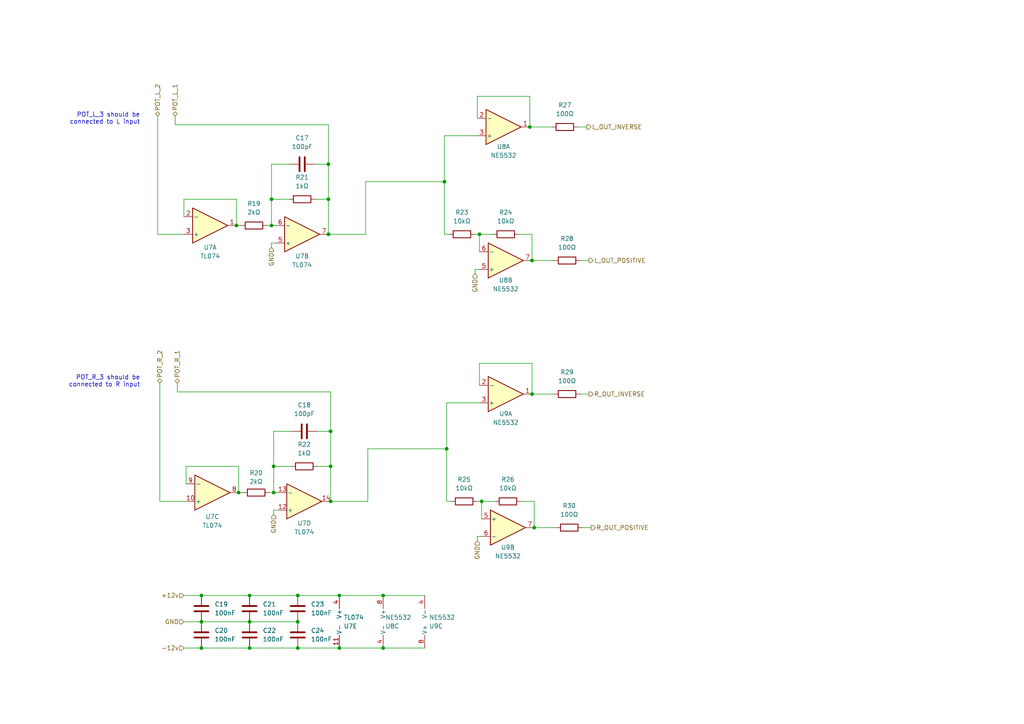
<source format=kicad_sch>
(kicad_sch (version 20230121) (generator eeschema)
  (paper "A4")
  (lib_symbols
    (symbol "Amplifier_Operational:NE5532" (pin_names (offset 0.127))
      (property "Reference" "U" (at 0 5.08 0))
      (property "Value" "NE5532" (at 0 -5.08 0))
      (symbol "NE5532_1_1"
        (polyline (pts (xy -5.08 5.08) (xy 5.08 0) (xy -5.08 -5.08) (xy -5.08 5.08)) (stroke (width 0.254)) (fill (type background)))
        (pin output line (at 7.62 0 180) (length 2.54) (name "~") (number "1"))
        (pin input line (at -7.62 -2.54 0) (length 2.54) (name "-") (number "2"))
        (pin input line (at -7.62 2.54 0) (length 2.54) (name "+") (number "3"))
      )
      (symbol "NE5532_2_1"
        (polyline (pts (xy -5.08 5.08) (xy 5.08 0) (xy -5.08 -5.08) (xy -5.08 5.08)) (stroke (width 0.254)) (fill (type background)))
        (pin input line (at -7.62 2.54 0) (length 2.54) (name "+") (number "5"))
        (pin input line (at -7.62 -2.54 0) (length 2.54) (name "-") (number "6"))
        (pin output line (at 7.62 0 180) (length 2.54) (name "~") (number "7"))
      )
      (symbol "NE5532_3_1"
        (pin power_in line (at -2.54 -7.62 90) (length 3.81) (name "V-") (number "4"))
        (pin power_in line (at -2.54 7.62 270) (length 3.81) (name "V+") (number "8"))
      )
    )
    (symbol "Amplifier_Operational:TL074" (pin_names (offset 0.127))
      (property "Reference" "U" (at 0 5.08 0))
      (property "Value" "TL074" (at 0 -5.08 0))
      (symbol "TL074_1_1"
        (polyline (pts (xy -5.08 5.08) (xy 5.08 0) (xy -5.08 -5.08) (xy -5.08 5.08)) (stroke (width 0.254)) (fill (type background)))
        (pin output line (at 7.62 0 180) (length 2.54) (name "~") (number "1"))
        (pin input line (at -7.62 -2.54 0) (length 2.54) (name "-") (number "2"))
        (pin input line (at -7.62 2.54 0) (length 2.54) (name "+") (number "3"))
      )
      (symbol "TL074_2_1"
        (polyline (pts (xy -5.08 5.08) (xy 5.08 0) (xy -5.08 -5.08) (xy -5.08 5.08)) (stroke (width 0.254)) (fill (type background)))
        (pin input line (at -7.62 2.54 0) (length 2.54) (name "+") (number "5"))
        (pin input line (at -7.62 -2.54 0) (length 2.54) (name "-") (number "6"))
        (pin output line (at 7.62 0 180) (length 2.54) (name "~") (number "7"))
      )
      (symbol "TL074_3_1"
        (polyline (pts (xy -5.08 5.08) (xy 5.08 0) (xy -5.08 -5.08) (xy -5.08 5.08)) (stroke (width 0.254)) (fill (type background)))
        (pin input line (at -7.62 2.54 0) (length 2.54) (name "+") (number "10"))
        (pin output line (at 7.62 0 180) (length 2.54) (name "~") (number "8"))
        (pin input line (at -7.62 -2.54 0) (length 2.54) (name "-") (number "9"))
      )
      (symbol "TL074_4_1"
        (polyline (pts (xy -5.08 5.08) (xy 5.08 0) (xy -5.08 -5.08) (xy -5.08 5.08)) (stroke (width 0.254)) (fill (type background)))
        (pin input line (at -7.62 2.54 0) (length 2.54) (name "+") (number "12"))
        (pin input line (at -7.62 -2.54 0) (length 2.54) (name "-") (number "13"))
        (pin output line (at 7.62 0 180) (length 2.54) (name "~") (number "14"))
      )
      (symbol "TL074_5_1"
        (pin power_in line (at -2.54 -7.62 90) (length 3.81) (name "V-") (number "11"))
        (pin power_in line (at -2.54 7.62 270) (length 3.81) (name "V+") (number "4"))
      )
    )
    (symbol "Device:C" (pin_numbers hide) (pin_names (offset 0.254))
      (property "Reference" "C" (at 0.635 2.54 0))
      (property "Value" "C" (at 0.635 -2.54 0))
      (symbol "C_0_1"
        (polyline (pts (xy -2.032 -0.762) (xy 2.032 -0.762)) (stroke (width 0.508)))
        (polyline (pts (xy -2.032 0.762) (xy 2.032 0.762)) (stroke (width 0.508)))
      )
      (symbol "C_1_1"
        (pin passive line (at 0 3.81 270) (length 2.794) (name "~") (number "1"))
        (pin passive line (at 0 -3.81 90) (length 2.794) (name "~") (number "2"))
      )
    )
    (symbol "Device:R" (pin_numbers hide) (pin_names (offset 0))
      (property "Reference" "R" (at 2.032 0 90))
      (property "Value" "R" (at 0 0 90))
      (symbol "R_0_1"
        (rectangle (start -1.016 -2.54) (end 1.016 2.54) (stroke (width 0.254)))
      )
      (symbol "R_1_1"
        (pin passive line (at 0 3.81 270) (length 1.27) (name "~") (number "1"))
        (pin passive line (at 0 -3.81 90) (length 1.27) (name "~") (number "2"))
      )
    )
  )
  (junction (at 86.36 180.34))
  (junction (at 129.54 130.175))
  (junction (at 95.885 125.095))
  (junction (at 95.25 47.625))
  (junction (at 154.94 153.035))
  (junction (at 72.39 172.72))
  (junction (at 58.42 187.96))
  (junction (at 154.305 114.3))
  (junction (at 139.065 67.945))
  (junction (at 111.125 172.72))
  (junction (at 98.425 187.96))
  (junction (at 139.7 145.415))
  (junction (at 153.67 36.83))
  (junction (at 79.375 142.875))
  (junction (at 128.905 52.705))
  (junction (at 154.305 75.565))
  (junction (at 86.36 187.96))
  (junction (at 95.885 135.255))
  (junction (at 95.25 67.945))
  (junction (at 68.58 65.405))
  (junction (at 69.215 142.875))
  (junction (at 58.42 180.34))
  (junction (at 78.74 65.405))
  (junction (at 86.36 172.72))
  (junction (at 78.74 57.785))
  (junction (at 79.375 135.255))
  (junction (at 72.39 187.96))
  (junction (at 58.42 172.72))
  (junction (at 111.125 187.96))
  (junction (at 98.425 172.72))
  (junction (at 95.885 145.415))
  (junction (at 95.25 57.785))
  (junction (at 72.39 180.34))
  (wire (pts (xy 129.54 116.84) (xy 139.065 116.84)))
  (wire (pts (xy 53.34 62.865) (xy 53.34 57.785)))
  (wire (pts (xy 154.94 145.415) (xy 154.94 153.035)))
  (wire (pts (xy 78.74 70.485) (xy 78.74 71.755)))
  (wire (pts (xy 53.34 172.72) (xy 58.42 172.72)))
  (wire (pts (xy 106.045 52.705) (xy 128.905 52.705)))
  (wire (pts (xy 53.34 187.96) (xy 58.42 187.96)))
  (wire (pts (xy 78.74 65.405) (xy 80.01 65.405)))
  (wire (pts (xy 69.215 142.875) (xy 70.485 142.875)))
  (wire (pts (xy 45.72 67.945) (xy 53.34 67.945)))
  (wire (pts (xy 91.44 47.625) (xy 95.25 47.625)))
  (wire (pts (xy 95.885 145.415) (xy 106.68 145.415)))
  (wire (pts (xy 69.215 135.255) (xy 69.215 142.875)))
  (wire (pts (xy 51.435 113.665) (xy 95.885 113.665)))
  (wire (pts (xy 138.43 34.29) (xy 138.43 27.94)))
  (wire (pts (xy 106.68 130.175) (xy 106.68 145.415)))
  (wire (pts (xy 79.375 142.875) (xy 79.375 135.255)))
  (wire (pts (xy 168.275 75.565) (xy 170.815 75.565)))
  (wire (pts (xy 168.91 153.035) (xy 171.45 153.035)))
  (wire (pts (xy 78.105 142.875) (xy 79.375 142.875)))
  (wire (pts (xy 46.355 145.415) (xy 53.975 145.415)))
  (wire (pts (xy 79.375 125.095) (xy 84.455 125.095)))
  (wire (pts (xy 150.495 67.945) (xy 154.305 67.945)))
  (wire (pts (xy 138.43 27.94) (xy 153.67 27.94)))
  (wire (pts (xy 128.905 67.945) (xy 130.175 67.945)))
  (wire (pts (xy 72.39 187.96) (xy 86.36 187.96)))
  (wire (pts (xy 95.25 36.195) (xy 95.25 47.625)))
  (wire (pts (xy 50.8 33.655) (xy 50.8 36.195)))
  (wire (pts (xy 78.74 47.625) (xy 83.82 47.625)))
  (wire (pts (xy 138.43 145.415) (xy 139.7 145.415)))
  (wire (pts (xy 45.72 33.655) (xy 45.72 67.945)))
  (wire (pts (xy 58.42 180.34) (xy 72.39 180.34)))
  (wire (pts (xy 58.42 172.72) (xy 72.39 172.72)))
  (wire (pts (xy 86.36 187.96) (xy 98.425 187.96)))
  (wire (pts (xy 129.54 145.415) (xy 130.81 145.415)))
  (wire (pts (xy 154.305 67.945) (xy 154.305 75.565)))
  (wire (pts (xy 153.67 27.94) (xy 153.67 36.83)))
  (wire (pts (xy 154.94 153.035) (xy 161.29 153.035)))
  (wire (pts (xy 79.375 147.955) (xy 79.375 149.225)))
  (wire (pts (xy 51.435 111.125) (xy 51.435 113.665)))
  (wire (pts (xy 154.305 75.565) (xy 160.655 75.565)))
  (wire (pts (xy 46.355 111.125) (xy 46.355 145.415)))
  (wire (pts (xy 111.125 172.72) (xy 123.19 172.72)))
  (wire (pts (xy 78.74 70.485) (xy 80.01 70.485)))
  (wire (pts (xy 79.375 135.255) (xy 84.455 135.255)))
  (wire (pts (xy 128.905 39.37) (xy 138.43 39.37)))
  (wire (pts (xy 128.905 39.37) (xy 128.905 52.705)))
  (wire (pts (xy 139.065 111.76) (xy 139.065 105.41)))
  (wire (pts (xy 106.68 130.175) (xy 129.54 130.175)))
  (wire (pts (xy 138.43 155.575) (xy 139.7 155.575)))
  (wire (pts (xy 129.54 130.175) (xy 129.54 145.415)))
  (wire (pts (xy 151.13 145.415) (xy 154.94 145.415)))
  (wire (pts (xy 128.905 52.705) (xy 128.905 67.945)))
  (wire (pts (xy 78.74 57.785) (xy 83.82 57.785)))
  (wire (pts (xy 95.885 125.095) (xy 95.885 135.255)))
  (wire (pts (xy 79.375 135.255) (xy 79.375 125.095)))
  (wire (pts (xy 92.075 125.095) (xy 95.885 125.095)))
  (wire (pts (xy 137.795 78.105) (xy 139.065 78.105)))
  (wire (pts (xy 111.125 187.96) (xy 123.19 187.96)))
  (wire (pts (xy 137.795 78.105) (xy 137.795 79.375)))
  (wire (pts (xy 137.795 67.945) (xy 139.065 67.945)))
  (wire (pts (xy 53.975 135.255) (xy 69.215 135.255)))
  (wire (pts (xy 92.075 135.255) (xy 95.885 135.255)))
  (wire (pts (xy 68.58 65.405) (xy 69.85 65.405)))
  (wire (pts (xy 53.34 180.34) (xy 58.42 180.34)))
  (wire (pts (xy 129.54 116.84) (xy 129.54 130.175)))
  (wire (pts (xy 78.74 65.405) (xy 78.74 57.785)))
  (wire (pts (xy 50.8 36.195) (xy 95.25 36.195)))
  (wire (pts (xy 53.34 57.785) (xy 68.58 57.785)))
  (wire (pts (xy 79.375 147.955) (xy 80.645 147.955)))
  (wire (pts (xy 53.975 140.335) (xy 53.975 135.255)))
  (wire (pts (xy 72.39 172.72) (xy 86.36 172.72)))
  (wire (pts (xy 95.25 57.785) (xy 95.25 67.945)))
  (wire (pts (xy 98.425 172.72) (xy 111.125 172.72)))
  (wire (pts (xy 154.305 105.41) (xy 154.305 114.3)))
  (wire (pts (xy 139.7 150.495) (xy 139.7 145.415)))
  (wire (pts (xy 168.275 114.3) (xy 170.815 114.3)))
  (wire (pts (xy 72.39 180.34) (xy 86.36 180.34)))
  (wire (pts (xy 79.375 142.875) (xy 80.645 142.875)))
  (wire (pts (xy 106.045 52.705) (xy 106.045 67.945)))
  (wire (pts (xy 95.25 47.625) (xy 95.25 57.785)))
  (wire (pts (xy 154.305 114.3) (xy 160.655 114.3)))
  (wire (pts (xy 86.36 172.72) (xy 98.425 172.72)))
  (wire (pts (xy 58.42 187.96) (xy 72.39 187.96)))
  (wire (pts (xy 95.885 135.255) (xy 95.885 145.415)))
  (wire (pts (xy 153.67 36.83) (xy 160.02 36.83)))
  (wire (pts (xy 95.25 67.945) (xy 106.045 67.945)))
  (wire (pts (xy 78.74 57.785) (xy 78.74 47.625)))
  (wire (pts (xy 139.065 73.025) (xy 139.065 67.945)))
  (wire (pts (xy 91.44 57.785) (xy 95.25 57.785)))
  (wire (pts (xy 139.7 145.415) (xy 143.51 145.415)))
  (wire (pts (xy 167.64 36.83) (xy 170.18 36.83)))
  (wire (pts (xy 98.425 187.96) (xy 111.125 187.96)))
  (wire (pts (xy 138.43 155.575) (xy 138.43 156.845)))
  (wire (pts (xy 95.885 113.665) (xy 95.885 125.095)))
  (wire (pts (xy 68.58 57.785) (xy 68.58 65.405)))
  (wire (pts (xy 139.065 67.945) (xy 142.875 67.945)))
  (wire (pts (xy 139.065 105.41) (xy 154.305 105.41)))
  (wire (pts (xy 77.47 65.405) (xy 78.74 65.405)))
  (text "POT_R_3 should be\nconnected to R input" (at 40.64 112.395 0) (effects (font (size 1.27 1.27)) (justify right bottom)))
  (text "POT_L_3 should be\nconnected to L input" (at 40.64 36.195 0) (effects (font (size 1.27 1.27)) (justify right bottom)))
  (hierarchical_label "R_OUT_POSITIVE" (shape output) (at 171.45 153.035 0))
  (hierarchical_label "+12v" (shape input) (at 53.34 172.72 180))
  (hierarchical_label "POT_R_1" (shape bidirectional) (at 51.435 111.125 90))
  (hierarchical_label "R_OUT_INVERSE" (shape output) (at 170.815 114.3 0))
  (hierarchical_label "POT_L_1" (shape bidirectional) (at 50.8 33.655 90))
  (hierarchical_label "L_OUT_INVERSE" (shape output) (at 170.18 36.83 0))
  (hierarchical_label "GND" (shape input) (at 78.74 71.755 270))
  (hierarchical_label "GND" (shape input) (at 138.43 156.845 270))
  (hierarchical_label "-12v" (shape input) (at 53.34 187.96 180))
  (hierarchical_label "POT_L_2" (shape bidirectional) (at 45.72 33.655 90))
  (hierarchical_label "POT_R_2" (shape bidirectional) (at 46.355 111.125 90))
  (hierarchical_label "GND" (shape input) (at 79.375 149.225 270))
  (hierarchical_label "GND" (shape input) (at 137.795 79.375 270))
  (hierarchical_label "L_OUT_POSITIVE" (shape output) (at 170.815 75.565 0))
  (hierarchical_label "GND" (shape input) (at 53.34 180.34 180))
  (symbol (lib_id "Device:R") (at 133.985 67.945 90) (unit 1)
    (property "Reference" "R23" (at 133.985 61.595 90))
    (property "Value" "10kΩ" (at 133.985 64.135 90))
    (property "Footprint" "Resistor_THT:R_Axial_DIN0207_L6.3mm_D2.5mm_P10.16mm_Horizontal" (effects hide))
  )
  (symbol (lib_id "Amplifier_Operational:NE5532") (at 125.73 180.34 0) (mirror x) (unit 3)
    (property "Reference" "U9" (at 124.46 181.61 0) (effects (justify left)))
    (property "Value" "NE5532" (at 124.46 179.07 0) (effects (justify left)))
    (property "Footprint" "Package_DIP:DIP-8_W7.62mm" (effects hide))
    (property "Datasheet" "http://www.ti.com/lit/ds/symlink/ne5532.pdf" (effects hide))
  )
  (symbol (lib_id "Device:C") (at 86.36 184.15 180) (unit 1)
    (property "Reference" "C24" (at 90.17 182.88 0) (effects (justify right)))
    (property "Value" "100nF" (at 90.17 185.42 0) (effects (justify right)))
    (property "Footprint" "Capacitor_THT:C_Disc_D4.7mm_W2.5mm_P5.00mm" (effects hide))
  )
  (symbol (lib_id "Amplifier_Operational:TL074") (at 88.265 145.415 0) (mirror x) (unit 4)
    (property "Reference" "U7" (at 88.265 151.765 0))
    (property "Value" "TL074" (at 88.265 154.305 0))
    (property "Footprint" "Package_DIP:DIP-14_W7.62mm" (effects hide))
    (property "Datasheet" "http://www.ti.com/lit/ds/symlink/tl071.pdf" (effects hide))
  )
  (symbol (lib_id "Amplifier_Operational:TL074") (at 95.885 180.34 0) (mirror y) (unit 5)
    (property "Reference" "U7" (at 99.695 181.61 0) (effects (justify right)))
    (property "Value" "TL074" (at 99.695 179.07 0) (effects (justify right)))
    (property "Footprint" "Package_DIP:DIP-14_W7.62mm" (effects hide))
    (property "Datasheet" "http://www.ti.com/lit/ds/symlink/tl071.pdf" (effects hide))
  )
  (symbol (lib_id "Amplifier_Operational:TL074") (at 61.595 142.875 0) (mirror x) (unit 3)
    (property "Reference" "U7" (at 61.595 149.86 0))
    (property "Value" "TL074" (at 61.595 152.4 0))
    (property "Footprint" "Package_DIP:DIP-14_W7.62mm" (effects hide))
    (property "Datasheet" "http://www.ti.com/lit/ds/symlink/tl071.pdf" (effects hide))
  )
  (symbol (lib_id "Amplifier_Operational:NE5532") (at 146.685 114.3 0) (mirror x) (unit 1)
    (property "Reference" "U9" (at 146.685 120.015 0))
    (property "Value" "NE5532" (at 146.685 122.555 0))
    (property "Footprint" "Package_DIP:DIP-8_W7.62mm" (effects hide))
    (property "Datasheet" "http://www.ti.com/lit/ds/symlink/ne5532.pdf" (effects hide))
  )
  (symbol (lib_id "Device:C") (at 58.42 176.53 180) (unit 1)
    (property "Reference" "C19" (at 62.23 175.26 0) (effects (justify right)))
    (property "Value" "100nF" (at 62.23 177.8 0) (effects (justify right)))
    (property "Footprint" "Capacitor_THT:C_Disc_D4.7mm_W2.5mm_P5.00mm" (effects hide))
  )
  (symbol (lib_id "Amplifier_Operational:NE5532") (at 146.685 75.565 0) (mirror x) (unit 2)
    (property "Reference" "U8" (at 146.685 81.28 0))
    (property "Value" "NE5532" (at 146.685 83.82 0))
    (property "Footprint" "Package_DIP:DIP-8_W7.62mm" (effects hide))
    (property "Datasheet" "http://www.ti.com/lit/ds/symlink/ne5532.pdf" (effects hide))
  )
  (symbol (lib_id "Device:C") (at 58.42 184.15 180) (unit 1)
    (property "Reference" "C20" (at 62.23 182.88 0) (effects (justify right)))
    (property "Value" "100nF" (at 62.23 185.42 0) (effects (justify right)))
    (property "Footprint" "Capacitor_THT:C_Disc_D4.7mm_W2.5mm_P5.00mm" (effects hide))
  )
  (symbol (lib_id "Device:R") (at 147.32 145.415 90) (unit 1)
    (property "Reference" "R26" (at 147.32 139.065 90))
    (property "Value" "10kΩ" (at 147.32 141.605 90))
    (property "Footprint" "Resistor_THT:R_Axial_DIN0207_L6.3mm_D2.5mm_P10.16mm_Horizontal" (effects hide))
  )
  (symbol (lib_id "Device:R") (at 88.265 135.255 90) (unit 1)
    (property "Reference" "R22" (at 88.265 128.905 90))
    (property "Value" "1kΩ" (at 88.265 131.445 90))
    (property "Footprint" "Resistor_THT:R_Axial_DIN0207_L6.3mm_D2.5mm_P10.16mm_Horizontal" (effects hide))
  )
  (symbol (lib_id "Device:R") (at 164.465 75.565 90) (unit 1)
    (property "Reference" "R28" (at 164.465 69.215 90))
    (property "Value" "100Ω" (at 164.465 71.755 90))
    (property "Footprint" "Resistor_THT:R_Axial_DIN0207_L6.3mm_D2.5mm_P10.16mm_Horizontal" (effects hide))
  )
  (symbol (lib_id "Amplifier_Operational:TL074") (at 60.96 65.405 0) (mirror x) (unit 1)
    (property "Reference" "U7" (at 60.96 71.755 0))
    (property "Value" "TL074" (at 60.96 74.295 0))
    (property "Footprint" "Package_DIP:DIP-14_W7.62mm" (effects hide))
    (property "Datasheet" "http://www.ti.com/lit/ds/symlink/tl071.pdf" (effects hide))
  )
  (symbol (lib_id "Device:R") (at 164.465 114.3 90) (unit 1)
    (property "Reference" "R29" (at 164.465 107.95 90))
    (property "Value" "100Ω" (at 164.465 110.49 90))
    (property "Footprint" "Resistor_THT:R_Axial_DIN0207_L6.3mm_D2.5mm_P10.16mm_Horizontal" (effects hide))
  )
  (symbol (lib_id "Device:R") (at 73.66 65.405 90) (unit 1)
    (property "Reference" "R19" (at 73.66 59.055 90))
    (property "Value" "2kΩ" (at 73.66 61.595 90))
    (property "Footprint" "Resistor_THT:R_Axial_DIN0207_L6.3mm_D2.5mm_P10.16mm_Horizontal" (effects hide))
  )
  (symbol (lib_id "Device:R") (at 87.63 57.785 90) (unit 1)
    (property "Reference" "R21" (at 87.63 51.435 90))
    (property "Value" "1kΩ" (at 87.63 53.975 90))
    (property "Footprint" "Resistor_THT:R_Axial_DIN0207_L6.3mm_D2.5mm_P10.16mm_Horizontal" (effects hide))
  )
  (symbol (lib_id "Amplifier_Operational:NE5532") (at 146.05 36.83 0) (mirror x) (unit 1)
    (property "Reference" "U8" (at 146.05 42.545 0))
    (property "Value" "NE5532" (at 146.05 45.085 0))
    (property "Footprint" "Package_DIP:DIP-8_W7.62mm" (effects hide))
    (property "Datasheet" "http://www.ti.com/lit/ds/symlink/ne5532.pdf" (effects hide))
  )
  (symbol (lib_id "Device:C") (at 72.39 184.15 180) (unit 1)
    (property "Reference" "C22" (at 76.2 182.88 0) (effects (justify right)))
    (property "Value" "100nF" (at 76.2 185.42 0) (effects (justify right)))
    (property "Footprint" "Capacitor_THT:C_Disc_D4.7mm_W2.5mm_P5.00mm" (effects hide))
  )
  (symbol (lib_id "Device:R") (at 146.685 67.945 90) (unit 1)
    (property "Reference" "R24" (at 146.685 61.595 90))
    (property "Value" "10kΩ" (at 146.685 64.135 90))
    (property "Footprint" "Resistor_THT:R_Axial_DIN0207_L6.3mm_D2.5mm_P10.16mm_Horizontal" (effects hide))
  )
  (symbol (lib_id "Device:C") (at 72.39 176.53 180) (unit 1)
    (property "Reference" "C21" (at 76.2 175.26 0) (effects (justify right)))
    (property "Value" "100nF" (at 76.2 177.8 0) (effects (justify right)))
    (property "Footprint" "Capacitor_THT:C_Disc_D4.7mm_W2.5mm_P5.00mm" (effects hide))
  )
  (symbol (lib_id "Amplifier_Operational:NE5532") (at 147.32 153.035 0) (unit 2)
    (property "Reference" "U9" (at 147.32 158.75 0))
    (property "Value" "NE5532" (at 147.32 161.29 0))
    (property "Footprint" "Package_DIP:DIP-8_W7.62mm" (effects hide))
    (property "Datasheet" "http://www.ti.com/lit/ds/symlink/ne5532.pdf" (effects hide))
  )
  (symbol (lib_id "Device:R") (at 165.1 153.035 90) (unit 1)
    (property "Reference" "R30" (at 165.1 146.685 90))
    (property "Value" "100Ω" (at 165.1 149.225 90))
    (property "Footprint" "Resistor_THT:R_Axial_DIN0207_L6.3mm_D2.5mm_P10.16mm_Horizontal" (effects hide))
  )
  (symbol (lib_id "Amplifier_Operational:NE5532") (at 108.585 180.34 0) (mirror y) (unit 3)
    (property "Reference" "U8" (at 111.76 181.61 0) (effects (justify right)))
    (property "Value" "NE5532" (at 111.76 179.07 0) (effects (justify right)))
    (property "Footprint" "Package_DIP:DIP-8_W7.62mm" (effects hide))
    (property "Datasheet" "http://www.ti.com/lit/ds/symlink/ne5532.pdf" (effects hide))
  )
  (symbol (lib_id "Device:C") (at 88.265 125.095 90) (unit 1)
    (property "Reference" "C18" (at 88.265 117.475 90))
    (property "Value" "100pF" (at 88.265 120.015 90))
    (property "Footprint" "Capacitor_THT:C_Disc_D4.7mm_W2.5mm_P5.00mm" (effects hide))
  )
  (symbol (lib_id "Amplifier_Operational:TL074") (at 87.63 67.945 0) (mirror x) (unit 2)
    (property "Reference" "U7" (at 87.63 74.295 0))
    (property "Value" "TL074" (at 87.63 76.835 0))
    (property "Footprint" "Package_DIP:DIP-14_W7.62mm" (effects hide))
    (property "Datasheet" "http://www.ti.com/lit/ds/symlink/tl071.pdf" (effects hide))
  )
  (symbol (lib_id "Device:R") (at 74.295 142.875 90) (unit 1)
    (property "Reference" "R20" (at 74.295 137.16 90))
    (property "Value" "2kΩ" (at 74.295 139.7 90))
    (property "Footprint" "Resistor_THT:R_Axial_DIN0207_L6.3mm_D2.5mm_P10.16mm_Horizontal" (effects hide))
  )
  (symbol (lib_id "Device:C") (at 87.63 47.625 90) (unit 1)
    (property "Reference" "C17" (at 87.63 40.005 90))
    (property "Value" "100pF" (at 87.63 42.545 90))
    (property "Footprint" "Capacitor_THT:C_Disc_D4.7mm_W2.5mm_P5.00mm" (effects hide))
  )
  (symbol (lib_id "Device:R") (at 134.62 145.415 90) (unit 1)
    (property "Reference" "R25" (at 134.62 139.065 90))
    (property "Value" "10kΩ" (at 134.62 141.605 90))
    (property "Footprint" "Resistor_THT:R_Axial_DIN0207_L6.3mm_D2.5mm_P10.16mm_Horizontal" (effects hide))
  )
  (symbol (lib_id "Device:C") (at 86.36 176.53 180) (unit 1)
    (property "Reference" "C23" (at 90.17 175.26 0) (effects (justify right)))
    (property "Value" "100nF" (at 90.17 177.8 0) (effects (justify right)))
    (property "Footprint" "Capacitor_THT:C_Disc_D4.7mm_W2.5mm_P5.00mm" (effects hide))
  )
  (symbol (lib_id "Device:R") (at 163.83 36.83 90) (unit 1)
    (property "Reference" "R27" (at 163.83 30.48 90))
    (property "Value" "100Ω" (at 163.83 33.02 90))
    (property "Footprint" "Resistor_THT:R_Axial_DIN0207_L6.3mm_D2.5mm_P10.16mm_Horizontal" (effects hide))
  )
)
</source>
